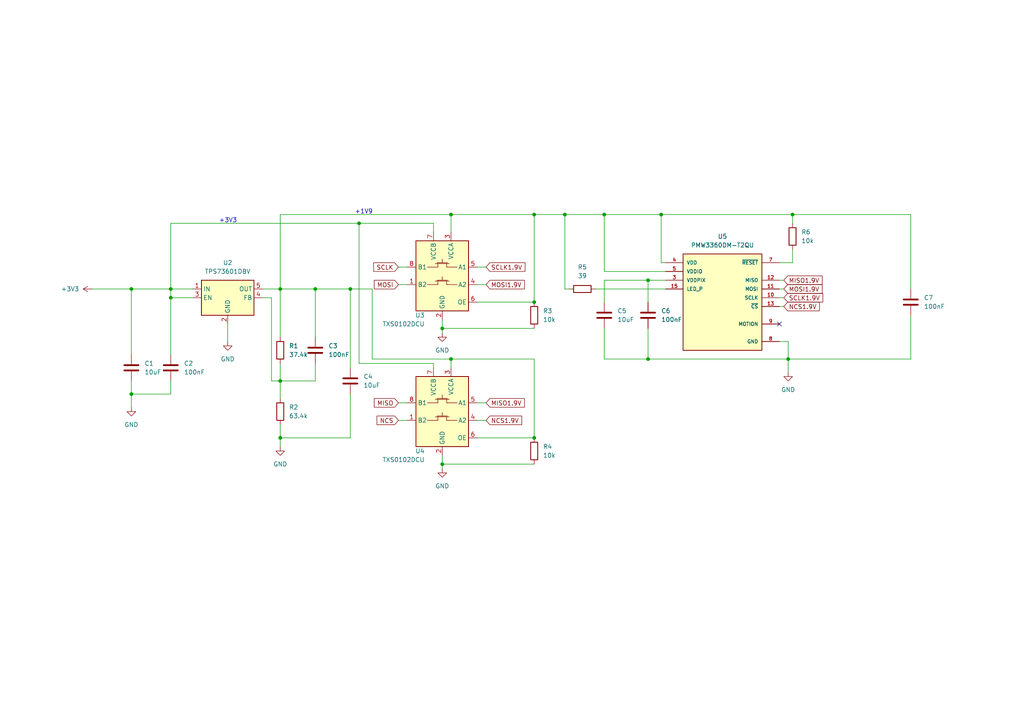
<source format=kicad_sch>
(kicad_sch (version 20230121) (generator eeschema)
  (paper "A4")
  (lib_symbols
    (symbol "Device:C" (pin_numbers hide) (pin_names (offset 0.254))
      (property "Reference" "C" (at 0.635 2.54 0))
      (property "Value" "C" (at 0.635 -2.54 0))
      (symbol "C_0_1"
        (polyline (pts (xy -2.032 -0.762) (xy 2.032 -0.762)) (stroke (width 0.508)))
        (polyline (pts (xy -2.032 0.762) (xy 2.032 0.762)) (stroke (width 0.508)))
      )
      (symbol "C_1_1"
        (pin passive line (at 0 3.81 270) (length 2.794) (name "~") (number "1"))
        (pin passive line (at 0 -3.81 90) (length 2.794) (name "~") (number "2"))
      )
    )
    (symbol "Device:R" (pin_numbers hide) (pin_names (offset 0))
      (property "Reference" "R" (at 2.032 0 90))
      (property "Value" "R" (at 0 0 90))
      (symbol "R_0_1"
        (rectangle (start -1.016 -2.54) (end 1.016 2.54) (stroke (width 0.254)))
      )
      (symbol "R_1_1"
        (pin passive line (at 0 3.81 270) (length 1.27) (name "~") (number "1"))
        (pin passive line (at 0 -3.81 90) (length 1.27) (name "~") (number "2"))
      )
    )
    (symbol "Logic_LevelTranslator:TXS0102DCU"
      (property "Reference" "U" (at -6.35 11.43 0))
      (property "Value" "TXS0102DCU" (at 3.81 11.43 0))
      (symbol "TXS0102DCU_0_1"
        (rectangle (start -7.62 10.16) (end 7.62 -10.16) (stroke (width 0.254)) (fill (type background)))
        (polyline (pts (xy -4.318 -2.54) (xy -1.27 -2.54)))
        (polyline (pts (xy -2.032 -1.524) (xy 2.032 -1.524)))
        (polyline (pts (xy -1.524 -1.27) (xy 1.524 -1.27)))
        (polyline (pts (xy -1.27 -2.54) (xy -1.27 -1.524)))
        (polyline (pts (xy 0 -1.27) (xy 0 -0.254)))
        (polyline (pts (xy 1.27 -2.54) (xy 1.27 -1.524)))
        (polyline (pts (xy 4.318 -2.54) (xy 1.27 -2.54)))
      )
      (symbol "TXS0102DCU_1_1"
        (polyline (pts (xy -4.318 2.54) (xy -1.27 2.54)))
        (polyline (pts (xy -2.032 3.556) (xy 2.032 3.556)))
        (polyline (pts (xy -1.524 3.81) (xy 1.524 3.81)))
        (polyline (pts (xy -1.27 2.54) (xy -1.27 3.556)))
        (polyline (pts (xy 0 3.81) (xy 0 4.826)))
        (polyline (pts (xy 1.27 2.54) (xy 1.27 3.556)))
        (polyline (pts (xy 4.318 2.54) (xy 1.27 2.54)))
        (pin bidirectional line (at 10.16 -2.54 180) (length 2.54) (name "B2") (number "1"))
        (pin power_in line (at 0 -12.7 90) (length 2.54) (name "GND") (number "2"))
        (pin power_in line (at -2.54 12.7 270) (length 2.54) (name "VCCA") (number "3"))
        (pin bidirectional line (at -10.16 -2.54 0) (length 2.54) (name "A2") (number "4"))
        (pin bidirectional line (at -10.16 2.54 0) (length 2.54) (name "A1") (number "5"))
        (pin input line (at -10.16 -7.62 0) (length 2.54) (name "OE") (number "6"))
        (pin power_in line (at 2.54 12.7 270) (length 2.54) (name "VCCB") (number "7"))
        (pin bidirectional line (at 10.16 2.54 180) (length 2.54) (name "B1") (number "8"))
      )
    )
    (symbol "PMW3360:PMW3360DM-T2QU" (pin_names (offset 1.016))
      (property "Reference" "U" (at -12.7 13.335 0))
      (property "Value" "PMW3360DM-T2QU" (at -12.7 -17.78 0))
      (symbol "PMW3360DM-T2QU_0_0"
        (rectangle (start -12.7 -15.24) (end 10.16 12.7) (stroke (width 0.254)) (fill (type background)))
        (pin bidirectional line (at 15.24 0 180) (length 5.08) (name "SCLK") (number "10"))
        (pin bidirectional line (at 15.24 2.54 180) (length 5.08) (name "MOSI") (number "11"))
        (pin bidirectional line (at 15.24 5.08 180) (length 5.08) (name "MISO") (number "12"))
        (pin bidirectional line (at 15.24 -2.54 180) (length 5.08) (name "~{CS}") (number "13"))
        (pin bidirectional line (at -17.78 2.54 0) (length 5.08) (name "LED_P") (number "15"))
        (pin bidirectional line (at -17.78 5.08 0) (length 5.08) (name "VDDPIX") (number "3"))
        (pin bidirectional line (at -17.78 10.16 0) (length 5.08) (name "VDD") (number "4"))
        (pin bidirectional line (at -17.78 7.62 0) (length 5.08) (name "VDDIO") (number "5"))
        (pin bidirectional line (at 15.24 10.16 180) (length 5.08) (name "~{RESET}") (number "7"))
        (pin bidirectional line (at 15.24 -12.7 180) (length 5.08) (name "GND") (number "8"))
        (pin bidirectional line (at 15.24 -7.62 180) (length 5.08) (name "MOTION") (number "9"))
      )
    )
    (symbol "Regulator_Linear:TPS73601DBV"
      (property "Reference" "U" (at -6.35 6.35 0))
      (property "Value" "TPS73601DBV" (at 0 6.35 0))
      (symbol "TPS73601DBV_0_1"
        (rectangle (start -7.62 -5.08) (end 7.62 5.08) (stroke (width 0.254)) (fill (type background)))
      )
      (symbol "TPS73601DBV_1_1"
        (pin power_in line (at -10.16 2.54 0) (length 2.54) (name "IN") (number "1"))
        (pin power_in line (at 0 -7.62 90) (length 2.54) (name "GND") (number "2"))
        (pin input line (at -10.16 0 0) (length 2.54) (name "EN") (number "3"))
        (pin input line (at 10.16 0 180) (length 2.54) (name "FB") (number "4"))
        (pin power_out line (at 10.16 2.54 180) (length 2.54) (name "OUT") (number "5"))
      )
    )
    (symbol "power:+3V3" (power) (pin_names (offset 0))
      (property "Value" "+3V3" (at 0 3.556 0))
      (symbol "+3V3_0_1"
        (polyline (pts (xy -0.762 1.27) (xy 0 2.54)))
        (polyline (pts (xy 0 0) (xy 0 2.54)))
        (polyline (pts (xy 0 2.54) (xy 0.762 1.27)))
      )
      (symbol "+3V3_1_1"
        (pin power_in line (at 0 0 90) (length 0) hide (name "+3V3") (number "1"))
      )
    )
    (symbol "power:GND" (power) (pin_names (offset 0))
      (property "Value" "GND" (at 0 -3.81 0))
      (symbol "GND_0_1"
        (polyline (pts (xy 0 0) (xy 0 -1.27) (xy 1.27 -1.27) (xy 0 -2.54) (xy -1.27 -1.27) (xy 0 -1.27)))
      )
      (symbol "GND_1_1"
        (pin power_in line (at 0 0 270) (length 0) hide (name "GND") (number "1"))
      )
    )
  )
  (junction (at 38.1 83.82))
  (junction (at 130.81 104.14))
  (junction (at 154.94 87.63))
  (junction (at 101.6 83.82))
  (junction (at 128.27 95.25))
  (junction (at 81.28 127))
  (junction (at 175.26 62.23))
  (junction (at 81.28 110.49))
  (junction (at 187.96 81.28))
  (junction (at 187.96 104.14))
  (junction (at 128.27 134.62))
  (junction (at 81.28 83.82))
  (junction (at 38.1 114.3))
  (junction (at 49.53 83.82))
  (junction (at 228.6 104.14))
  (junction (at 49.53 86.36))
  (junction (at 163.83 62.23))
  (junction (at 154.94 127))
  (junction (at 91.44 83.82))
  (junction (at 191.77 62.23))
  (junction (at 229.87 62.23))
  (junction (at 104.14 64.77))
  (junction (at 154.94 62.23))
  (junction (at 130.81 62.23))
  (no_connect (at 226.06 93.98))
  (wire (pts (xy 226.06 83.82) (xy 227.33 83.82)))
  (wire (pts (xy 138.43 116.84) (xy 140.97 116.84)))
  (wire (pts (xy 191.77 62.23) (xy 229.87 62.23)))
  (wire (pts (xy 175.26 104.14) (xy 187.96 104.14)))
  (wire (pts (xy 104.14 105.41) (xy 125.73 105.41)))
  (wire (pts (xy 154.94 104.14) (xy 154.94 127)))
  (wire (pts (xy 91.44 83.82) (xy 101.6 83.82)))
  (wire (pts (xy 81.28 127) (xy 101.6 127)))
  (wire (pts (xy 226.06 99.06) (xy 228.6 99.06)))
  (wire (pts (xy 154.94 62.23) (xy 163.83 62.23)))
  (wire (pts (xy 138.43 121.92) (xy 140.97 121.92)))
  (wire (pts (xy 104.14 64.77) (xy 104.14 105.41)))
  (wire (pts (xy 163.83 62.23) (xy 163.83 83.82)))
  (wire (pts (xy 49.53 110.49) (xy 49.53 114.3)))
  (wire (pts (xy 128.27 134.62) (xy 154.94 134.62)))
  (wire (pts (xy 228.6 104.14) (xy 228.6 107.95)))
  (wire (pts (xy 229.87 62.23) (xy 264.16 62.23)))
  (wire (pts (xy 78.74 110.49) (xy 81.28 110.49)))
  (wire (pts (xy 81.28 110.49) (xy 91.44 110.49)))
  (wire (pts (xy 172.72 83.82) (xy 193.04 83.82)))
  (wire (pts (xy 138.43 127) (xy 154.94 127)))
  (wire (pts (xy 163.83 62.23) (xy 175.26 62.23)))
  (wire (pts (xy 49.53 86.36) (xy 49.53 83.82)))
  (wire (pts (xy 130.81 104.14) (xy 130.81 106.68)))
  (wire (pts (xy 130.81 62.23) (xy 154.94 62.23)))
  (wire (pts (xy 91.44 110.49) (xy 91.44 105.41)))
  (wire (pts (xy 128.27 95.25) (xy 154.94 95.25)))
  (wire (pts (xy 81.28 62.23) (xy 130.81 62.23)))
  (wire (pts (xy 78.74 86.36) (xy 78.74 110.49)))
  (wire (pts (xy 138.43 77.47) (xy 140.97 77.47)))
  (wire (pts (xy 264.16 104.14) (xy 228.6 104.14)))
  (wire (pts (xy 128.27 134.62) (xy 128.27 135.89)))
  (wire (pts (xy 264.16 62.23) (xy 264.16 83.82)))
  (wire (pts (xy 128.27 92.71) (xy 128.27 95.25)))
  (wire (pts (xy 229.87 62.23) (xy 229.87 64.77)))
  (wire (pts (xy 187.96 104.14) (xy 228.6 104.14)))
  (wire (pts (xy 229.87 72.39) (xy 229.87 76.2)))
  (wire (pts (xy 115.57 82.55) (xy 118.11 82.55)))
  (wire (pts (xy 107.95 104.14) (xy 130.81 104.14)))
  (wire (pts (xy 226.06 88.9) (xy 227.33 88.9)))
  (wire (pts (xy 81.28 83.82) (xy 81.28 97.79)))
  (wire (pts (xy 115.57 121.92) (xy 118.11 121.92)))
  (wire (pts (xy 175.26 81.28) (xy 187.96 81.28)))
  (wire (pts (xy 101.6 83.82) (xy 107.95 83.82)))
  (wire (pts (xy 187.96 87.63) (xy 187.96 81.28)))
  (wire (pts (xy 125.73 64.77) (xy 125.73 67.31)))
  (wire (pts (xy 81.28 83.82) (xy 91.44 83.82)))
  (wire (pts (xy 49.53 83.82) (xy 55.88 83.82)))
  (wire (pts (xy 76.2 83.82) (xy 81.28 83.82)))
  (wire (pts (xy 175.26 95.25) (xy 175.26 104.14)))
  (wire (pts (xy 187.96 81.28) (xy 193.04 81.28)))
  (wire (pts (xy 191.77 76.2) (xy 191.77 62.23)))
  (wire (pts (xy 115.57 116.84) (xy 118.11 116.84)))
  (wire (pts (xy 101.6 114.3) (xy 101.6 127)))
  (wire (pts (xy 49.53 64.77) (xy 104.14 64.77)))
  (wire (pts (xy 138.43 82.55) (xy 140.97 82.55)))
  (wire (pts (xy 91.44 97.79) (xy 91.44 83.82)))
  (wire (pts (xy 226.06 81.28) (xy 227.33 81.28)))
  (wire (pts (xy 81.28 105.41) (xy 81.28 110.49)))
  (wire (pts (xy 264.16 91.44) (xy 264.16 104.14)))
  (wire (pts (xy 163.83 83.82) (xy 165.1 83.82)))
  (wire (pts (xy 130.81 104.14) (xy 154.94 104.14)))
  (wire (pts (xy 81.28 110.49) (xy 81.28 115.57)))
  (wire (pts (xy 226.06 86.36) (xy 227.33 86.36)))
  (wire (pts (xy 81.28 123.19) (xy 81.28 127)))
  (wire (pts (xy 226.06 76.2) (xy 229.87 76.2)))
  (wire (pts (xy 193.04 76.2) (xy 191.77 76.2)))
  (wire (pts (xy 175.26 62.23) (xy 191.77 62.23)))
  (wire (pts (xy 175.26 81.28) (xy 175.26 87.63)))
  (wire (pts (xy 104.14 64.77) (xy 125.73 64.77)))
  (wire (pts (xy 175.26 62.23) (xy 175.26 78.74)))
  (wire (pts (xy 49.53 102.87) (xy 49.53 86.36)))
  (wire (pts (xy 228.6 99.06) (xy 228.6 104.14)))
  (wire (pts (xy 49.53 83.82) (xy 49.53 64.77)))
  (wire (pts (xy 49.53 86.36) (xy 55.88 86.36)))
  (wire (pts (xy 38.1 114.3) (xy 49.53 114.3)))
  (wire (pts (xy 81.28 127) (xy 81.28 129.54)))
  (wire (pts (xy 187.96 95.25) (xy 187.96 104.14)))
  (wire (pts (xy 107.95 83.82) (xy 107.95 104.14)))
  (wire (pts (xy 175.26 78.74) (xy 193.04 78.74)))
  (wire (pts (xy 26.67 83.82) (xy 38.1 83.82)))
  (wire (pts (xy 38.1 110.49) (xy 38.1 114.3)))
  (wire (pts (xy 128.27 95.25) (xy 128.27 96.52)))
  (wire (pts (xy 130.81 62.23) (xy 130.81 67.31)))
  (wire (pts (xy 128.27 132.08) (xy 128.27 134.62)))
  (wire (pts (xy 38.1 83.82) (xy 38.1 102.87)))
  (wire (pts (xy 125.73 105.41) (xy 125.73 106.68)))
  (wire (pts (xy 38.1 114.3) (xy 38.1 118.11)))
  (wire (pts (xy 81.28 83.82) (xy 81.28 62.23)))
  (wire (pts (xy 115.57 77.47) (xy 118.11 77.47)))
  (wire (pts (xy 38.1 83.82) (xy 49.53 83.82)))
  (wire (pts (xy 76.2 86.36) (xy 78.74 86.36)))
  (wire (pts (xy 101.6 83.82) (xy 101.6 106.68)))
  (wire (pts (xy 138.43 87.63) (xy 154.94 87.63)))
  (wire (pts (xy 66.04 93.98) (xy 66.04 99.06)))
  (wire (pts (xy 154.94 62.23) (xy 154.94 87.63)))
  (text "+1V9" (at 102.87 62.23 0) (effects (font (size 1.27 1.27)) (justify left bottom)))
  (text "+3V3" (at 63.5 64.77 0) (effects (font (size 1.27 1.27)) (justify left bottom)))
  (global_label "MOSI" (shape input) (at 115.57 82.55 180) (property "Intersheetrefs" "${INTERSHEET_REFS}" (effects hide)))
  (global_label "SCLK1.9V" (shape input) (at 227.33 86.36 0) (property "Intersheetrefs" "${INTERSHEET_REFS}" (effects hide)))
  (global_label "MISO1.9V" (shape input) (at 227.33 81.28 0) (property "Intersheetrefs" "${INTERSHEET_REFS}" (effects hide)))
  (global_label "NCS" (shape input) (at 115.57 121.92 180) (property "Intersheetrefs" "${INTERSHEET_REFS}" (effects hide)))
  (global_label "MOSI1.9V" (shape input) (at 227.33 83.82 0) (property "Intersheetrefs" "${INTERSHEET_REFS}" (effects hide)))
  (global_label "NCS1.9V" (shape input) (at 227.33 88.9 0) (property "Intersheetrefs" "${INTERSHEET_REFS}" (effects hide)))
  (global_label "MOSI1.9V" (shape input) (at 140.97 82.55 0) (property "Intersheetrefs" "${INTERSHEET_REFS}" (effects hide)))
  (global_label "MISO" (shape input) (at 115.57 116.84 180) (property "Intersheetrefs" "${INTERSHEET_REFS}" (effects hide)))
  (global_label "SCLK" (shape input) (at 115.57 77.47 180) (property "Intersheetrefs" "${INTERSHEET_REFS}" (effects hide)))
  (global_label "SCLK1.9V" (shape input) (at 140.97 77.47 0) (property "Intersheetrefs" "${INTERSHEET_REFS}" (effects hide)))
  (global_label "MISO1.9V" (shape input) (at 140.97 116.84 0) (property "Intersheetrefs" "${INTERSHEET_REFS}" (effects hide)))
  (global_label "NCS1.9V" (shape input) (at 140.97 121.92 0) (property "Intersheetrefs" "${INTERSHEET_REFS}" (effects hide)))
  (symbol (lib_id "Logic_LevelTranslator:TXS0102DCU") (at 128.27 119.38 0) (mirror y) (unit 1)
    (property "Reference" "U4" (at 123.19 130.81 0) (effects (justify left)))
    (property "Value" "TXS0102DCU" (at 123.19 133.35 0) (effects (justify left)))
    (property "Footprint" "0:TXS0102DCUR C53434" (effects hide))
    (property "Datasheet" "http://www.ti.com/lit/gpn/txs0102" (effects hide))
    (property "LCSC" "C53434" (effects hide))
    (property "フィールド4" "Extended" (effects hide))
  )
  (symbol (lib_id "Device:C") (at 91.44 101.6 0) (unit 1)
    (property "Reference" "C3" (at 95.25 100.33 0) (effects (justify left)))
    (property "Value" "100nF" (at 95.25 102.87 0) (effects (justify left)))
    (property "Footprint" "Capacitor_SMD:C_0402_1005Metric" (effects hide))
    (property "LCSC" "C1525" (effects hide))
    (property "フィールド4" "Basic" (effects hide))
  )
  (symbol (lib_id "Device:R") (at 229.87 68.58 0) (unit 1)
    (property "Reference" "R6" (at 232.41 67.31 0) (effects (justify left)))
    (property "Value" "10k" (at 232.41 69.85 0) (effects (justify left)))
    (property "Footprint" "Resistor_SMD:R_0402_1005Metric" (effects hide))
    (property "LCSC" "C25744" (effects hide))
    (property "フィールド4" "Basic" (effects hide))
  )
  (symbol (lib_id "power:GND") (at 128.27 135.89 0) (unit 1)
    (property "Reference" "#PWR014" (effects hide))
    (property "Value" "GND" (at 128.27 140.97 0))
    (instances (project "Chip_Sencor2" (path "" (reference "#PWR014") (unit 1)) (path "" (reference "#PWR013") (unit 1))))
  )
  (symbol (lib_id "Device:R") (at 81.28 119.38 0) (unit 1)
    (property "Reference" "R2" (at 83.82 118.11 0) (effects (justify left)))
    (property "Value" "63.4k" (at 83.82 120.65 0) (effects (justify left)))
    (property "Footprint" "Resistor_SMD:R_0402_1005Metric" (effects hide))
    (property "LCSC" "C38606" (effects hide))
    (property "フィールド4" "Extended" (effects hide))
  )
  (symbol (lib_id "power:GND") (at 38.1 118.11 0) (unit 1)
    (property "Reference" "#PWR010" (effects hide))
    (property "Value" "GND" (at 38.1 123.19 0))
    (instances (project "Chip_Sencor2" (path "" (reference "#PWR010") (unit 1)) (path "" (reference "#PWR09") (unit 1))))
  )
  (symbol (lib_id "Device:C") (at 187.96 91.44 0) (unit 1)
    (property "Reference" "C6" (at 191.77 90.17 0) (effects (justify left)))
    (property "Value" "100nF" (at 191.77 92.71 0) (effects (justify left)))
    (property "Footprint" "Capacitor_SMD:C_0402_1005Metric" (effects hide))
    (property "LCSC" "C1525" (effects hide))
    (property "フィールド4" "Basic" (effects hide))
  )
  (symbol (lib_id "power:GND") (at 81.28 129.54 0) (unit 1)
    (property "Reference" "#PWR012" (effects hide))
    (property "Value" "GND" (at 81.28 134.62 0))
    (instances (project "Chip_Sencor2" (path "" (reference "#PWR012") (unit 1)) (path "" (reference "#PWR011") (unit 1))))
  )
  (symbol (lib_id "Device:R") (at 168.91 83.82 270) (unit 1)
    (property "Reference" "R5" (at 168.91 77.47 90))
    (property "Value" "39" (at 168.91 80.01 90))
    (property "Footprint" "Resistor_SMD:R_0402_1005Metric" (effects hide))
    (property "LCSC" "C185420" (effects hide))
    (property "フィールド4" "Extended" (effects hide))
  )
  (symbol (lib_id "Device:C") (at 101.6 110.49 0) (unit 1)
    (property "Reference" "C4" (at 105.41 109.22 0) (effects (justify left)))
    (property "Value" "10uF" (at 105.41 111.76 0) (effects (justify left)))
    (property "Footprint" "Capacitor_SMD:C_0402_1005Metric" (effects hide))
    (property "LCSC" "C15525" (effects hide))
    (property "フィールド4" "Basic" (effects hide))
  )
  (symbol (lib_id "PMW3360:PMW3360DM-T2QU") (at 210.82 86.36 0) (unit 1)
    (property "Reference" "U5" (at 209.55 68.58 0))
    (property "Value" "PMW3360DM-T2QU" (at 209.55 71.12 0))
    (property "Footprint" "PMW3360DM-T2QU:PMW3360" (effects hide))
    (property "MANUFACTURER_NAME" "PixArt Imaging Inc." (effects hide))
    (property "MF" "PixArt" (effects hide))
    (property "DESCRIPTION" "Optical gaming navigation sensor" (effects hide))
    (property "Price" "None" (effects hide))
    (property "Package" "None" (effects hide))
    (property "Check_prices" "https://www.snapeda.com/parts/PMW3360DM-T2QU/PixArt/view-part/?ref=eda" (effects hide))
    (property "HEIGHT" "mm" (effects hide))
    (property "MP" "PMW3360DM-T2QU" (effects hide))
    (property "SnapEDA_Link" "https://www.snapeda.com/parts/PMW3360DM-T2QU/PixArt/view-part/?ref=snap" (effects hide))
    (property "Description" "Shortage" (effects hide))
    (property "Availability" "Not in stock" (effects hide))
    (property "MANUFACTURER_PART_NUMBER" "PMW3360DM-T2QU" (effects hide))
    (property "フィールド4" "Extended" (effects hide))
  )
  (symbol (lib_id "Logic_LevelTranslator:TXS0102DCU") (at 128.27 80.01 0) (mirror y) (unit 1)
    (property "Reference" "U3" (at 123.19 91.44 0) (effects (justify left)))
    (property "Value" "TXS0102DCU" (at 123.19 93.98 0) (effects (justify left)))
    (property "Footprint" "0:TXS0102DCUR C53434" (effects hide))
    (property "Datasheet" "http://www.ti.com/lit/gpn/txs0102" (effects hide))
    (property "LCSC" "C53434" (effects hide))
    (property "フィールド4" "Extended" (effects hide))
  )
  (symbol (lib_id "Device:R") (at 81.28 101.6 0) (unit 1)
    (property "Reference" "R1" (at 83.82 100.33 0) (effects (justify left)))
    (property "Value" "37.4k" (at 83.82 102.87 0) (effects (justify left)))
    (property "Footprint" "Resistor_SMD:R_0402_1005Metric" (effects hide))
    (property "LCSC" "C25888" (effects hide))
    (property "フィールド4" "Extended" (effects hide))
  )
  (symbol (lib_id "Device:C") (at 264.16 87.63 0) (unit 1)
    (property "Reference" "C7" (at 267.97 86.36 0) (effects (justify left)))
    (property "Value" "100nF" (at 267.97 88.9 0) (effects (justify left)))
    (property "Footprint" "Capacitor_SMD:C_0402_1005Metric" (effects hide))
    (property "LCSC" "C1525" (effects hide))
    (property "フィールド4" "Basic" (effects hide))
  )
  (symbol (lib_id "power:GND") (at 66.04 99.06 0) (unit 1)
    (property "Reference" "#PWR011" (effects hide))
    (property "Value" "GND" (at 66.04 104.14 0))
    (instances (project "Chip_Sencor2" (path "" (reference "#PWR011") (unit 1)) (path "" (reference "#PWR010") (unit 1))))
  )
  (symbol (lib_id "Device:R") (at 154.94 91.44 0) (unit 1)
    (property "Reference" "R3" (at 157.48 90.17 0) (effects (justify left)))
    (property "Value" "10k" (at 157.48 92.71 0) (effects (justify left)))
    (property "Footprint" "Resistor_SMD:R_0402_1005Metric" (effects hide))
    (property "LCSC" "C25744" (effects hide))
    (property "フィールド4" "Basic" (effects hide))
  )
  (symbol (lib_id "Regulator_Linear:TPS73601DBV") (at 66.04 86.36 0) (unit 1)
    (property "Reference" "U2" (at 66.04 76.2 0))
    (property "Value" "TPS73601DBV" (at 66.04 78.74 0))
    (property "Footprint" "0:TPS73601DBVR C59200" (effects hide))
    (property "Datasheet" "http://www.ti.com/lit/ds/symlink/tps736.pdf" (effects hide))
    (property "LCSC" "C59200" (effects hide))
    (property "フィールド4" "Extended" (effects hide))
  )
  (symbol (lib_id "Device:R") (at 154.94 130.81 0) (unit 1)
    (property "Reference" "R4" (at 157.48 129.54 0) (effects (justify left)))
    (property "Value" "10k" (at 157.48 132.08 0) (effects (justify left)))
    (property "Footprint" "Resistor_SMD:R_0402_1005Metric" (effects hide))
    (property "LCSC" "C25744" (effects hide))
    (property "フィールド4" "Basic" (effects hide))
  )
  (symbol (lib_id "power:GND") (at 228.6 107.95 0) (unit 1)
    (property "Reference" "#PWR015" (effects hide))
    (property "Value" "GND" (at 228.6 113.03 0))
    (instances (project "Chip_Sencor2" (path "" (reference "#PWR015") (unit 1)) (path "" (reference "#PWR014") (unit 1))))
  )
  (symbol (lib_id "Device:C") (at 175.26 91.44 0) (unit 1)
    (property "Reference" "C5" (at 179.07 90.17 0) (effects (justify left)))
    (property "Value" "10uF" (at 179.07 92.71 0) (effects (justify left)))
    (property "Footprint" "Capacitor_SMD:C_0402_1005Metric" (effects hide))
    (property "LCSC" "C15525" (effects hide))
    (property "フィールド4" "Basic" (effects hide))
  )
  (symbol (lib_id "Device:C") (at 38.1 106.68 0) (unit 1)
    (property "Reference" "C1" (at 41.91 105.41 0) (effects (justify left)))
    (property "Value" "10uF" (at 41.91 107.95 0) (effects (justify left)))
    (property "Footprint" "Capacitor_SMD:C_0402_1005Metric" (effects hide))
    (property "LCSC" "C15525" (effects hide))
    (property "フィールド4" "Basic" (effects hide))
  )
  (symbol (lib_id "power:+3V3") (at 26.67 83.82 90) (unit 1)
    (property "Reference" "#PWR045" (effects hide))
    (property "Value" "+3V3" (at 20.32 83.82 90))
    (instances (project "RP2040_8key" (path "" (reference "#PWR045") (unit 1))) (project "Chip_Sencor2" (path "" (reference "#PWR066") (unit 1)) (path "" (reference "#PWR017") (unit 1))))
  )
  (symbol (lib_id "Device:C") (at 49.53 106.68 0) (unit 1)
    (property "Reference" "C2" (at 53.34 105.41 0) (effects (justify left)))
    (property "Value" "100nF" (at 53.34 107.95 0) (effects (justify left)))
    (property "Footprint" "Capacitor_SMD:C_0402_1005Metric" (effects hide))
    (property "LCSC" "C1525" (effects hide))
    (property "フィールド4" "Basic" (effects hide))
  )
  (symbol (lib_id "power:GND") (at 128.27 96.52 0) (unit 1)
    (property "Reference" "#PWR013" (effects hide))
    (property "Value" "GND" (at 128.27 101.6 0))
    (instances (project "Chip_Sencor2" (path "" (reference "#PWR013") (unit 1)) (path "" (reference "#PWR012") (unit 1))))
  )
)
</source>
